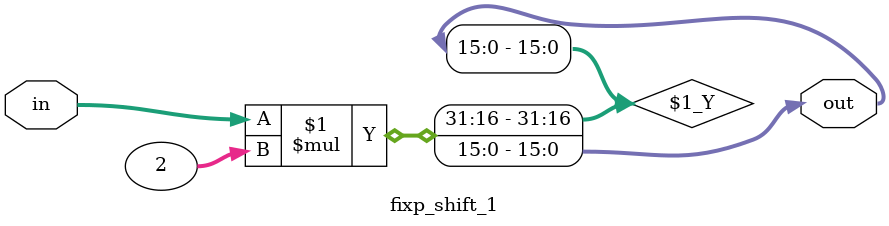
<source format=v>
module Aud_node(
	input 						AUD_DACLRCK,
	input				[15:0]	const_0,
	input				[15:0]	const_1,
	input				[31:0]	time_t,
	input				[31:0]	counter_node,
	input				[4:0]	node_num,
	input				[5:0]	m4k_offset,
	input 						reset,
	output	reg			[5:0]	node_addr,
	output	reg	signed 	[15:0]	node_data,
	input	signed		[15:0]	node_q,
	output	reg 				node_wren,
	output	reg	signed 	[15:0]	data_out_right,
	output	reg	signed	[15:0]	data_out_left,
	input	signed		[15:0]	data_in_right,
	input	signed		[15:0]	data_in_left,
	output	reg			[15:0]  sq_out
);
wire signed [15:0] cal1;
wire signed [15:0] cal2;
wire signed [15:0] cal3;
wire signed [15:0] cal4;
wire signed [15:0] cal5;
wire signed [15:0] cal6;
wire signed [15:0] cal7;
wire signed [15:0] cal8;
wire signed [15:0] cal9;
wire signed [15:0] cal10;
wire signed [15:0] cal11;
wire signed [15:0] cal12;

reg	signed	[15:0] 	data_reg_cur[4:0];
reg	signed	[15:0] 	data_reg_pre2[4:0];
reg signed	[15:0] 	data_reg_pre[4:0];
reg 		[1:0] 	flag;
reg 		[5:0] 	state;
reg 		[5:0] 	next_state;
reg	signed	[15:0] 	data_reg_left;
reg	signed	[15:0] 	data_reg_right;
reg	signed	[15:0] 	data_reg_up;
reg	signed	[15:0] 	data_reg_down;

reg			[5:0] 	buffer_addr;
reg	signed	[15:0]	buffer_data;
reg					buffer_wren;

assign cal1= data_reg_left+data_reg_right+data_reg_up+data_reg_down;
assign cal2 = data_reg_pre[node_num]*4;
assign cal3 = cal1-cal2;
assign cal5 = data_reg_pre[node_num]*2;
assign cal8 = cal6-cal7;
assign cal6 = cal5+cal4;

fixp_mult mul1(	
	.out	(cal4),
	.a		(cal3),
	.b		(const_0)
);
fixp_mult mul2(	
	.out	(cal7),
	.a		(data_reg_pre2[node_num]),
	.b		(const_1)
);
fixp_mult mul3(	
	.out	(cal11),
	.a		(cal8),
	.b		(const_1)
);

localparam state_idle=6'd0; 
localparam state_01=6'd1; 
localparam state_02=6'd2; 
localparam state_11=6'd3; 
localparam state_12=6'd4; 
localparam state_21=6'd5; 
localparam state_22=6'd6; 
localparam state_03=6'd7;
localparam state_13=6'd8;
localparam state_23=6'd9;   
localparam state_04=6'd10;   
localparam state_05=6'd11;   
localparam state_14=6'd12;   
localparam state_15=6'd13;   
localparam state_24=6'd14;   
localparam state_25=6'd15;   
localparam state_26=6'd16;   
localparam state_27=6'd17;   
localparam state_28=6'd18;   
localparam state_29=6'd19;   
localparam state_2A=6'd20;   
localparam state_2B=6'd21;   
localparam state_06=6'd22; 
localparam state_07=6'd23; 
localparam state_16=6'd24; 
localparam state_17=6'd25; 
localparam state_2C=6'd26; 
localparam state_2D=6'd27;
localparam state_2E=6'd28;
localparam state_08=6'd29;
localparam state_18=6'd30;
localparam state_09=6'd31;
localparam state_0A=6'd32;
localparam state_19=6'd33;
localparam state_1A=6'd34;
localparam state_2F=6'd35;
localparam state_2G=6'd36;
wire signed	[15:0]	buffer_q;
m4k_single m4k_buffer(
	.address	(buffer_addr),
	.clock		(AUD_DACLRCK),
	.data		(buffer_data),
	.wren		(buffer_wren),
	.q			(buffer_q)
);
always @ (*) begin
if(reset)
flag=2'b00;
else
begin
	if(counter_node == 32'd150) begin
		case(time_t)
			32'h0:	flag = 2'b10;
			default:flag = 2'b11;
		endcase
	end
	else flag = 2'b00;
end
end
reg signed	[15:0]	init_value;

always@(*)begin
	case(node_num)
	5'd0:	init_value<=16'h100;
	5'd1:	init_value<=16'h200;
	5'd2:	init_value<=16'h300;
	5'd3:	init_value<=16'h400;
	5'd4:	init_value<=16'h500;
	5'd5:	init_value<=16'h600;
	5'd6:	init_value<=16'h700;
	5'd7:	init_value<=16'h800;
	5'd8:	init_value<=16'h900;
	5'd9:	init_value<=16'h1000;
	5'd10:	init_value<=16'h1000;
	5'd11:	init_value<=16'h900;
	5'd12:	init_value<=16'h800;
	5'd13:	init_value<=16'h700;
	5'd14:	init_value<=16'h600;
	5'd15:	init_value<=16'h500;
	5'd16:	init_value<=16'h400;
	5'd17:	init_value<=16'h300;
	5'd18:	init_value<=16'h200;
	5'd19:	init_value<=16'h100;
	default:init_value<=16'h500;
	endcase
end

always @ (*) begin
	if(reset) next_state = state_idle;
	else begin	
		case(state)
		state_idle:	begin
			case(flag)
			2'b00:next_state = state_idle;
			2'b10:next_state = state_11;
			2'b11:next_state = state_21;
			default:next_state = state_idle;
			endcase
		end
		state_11:next_state = state_12;
		state_12:next_state = state_13;
		state_13:next_state = state_14;
		state_14:next_state = state_idle;
		state_21:next_state = state_22;
		state_22:next_state = state_23;
		state_23:next_state = state_24;
		state_24:next_state = state_25;
		state_25:next_state = state_idle;
		default: next_state = state_idle;
		endcase
	end
end

reg signed [15:0]	data_tmp;
always@(posedge AUD_DACLRCK) begin
	if(reset) begin
		state 			<= state_idle;
		node_addr 		<= 6'h0;
		node_wren 		<= 1'b0;
		node_data 		<= 16'h0;
		data_tmp		<= 16'h0;
		data_reg_left  	<= 16'h0;
		data_reg_right 	<= 16'h0;
		data_reg_up 	<= 16'h0;
		data_reg_down 	<= 16'h0;
	end
	else begin
	state<=next_state;
	case(state) 
	state_idle:begin end
	state_11:begin
	if(node_num==5'd10) sq_out<=cal11;
	else 				sq_out<=sq_out;
	end
	state_12: begin
	data_reg_cur[node_num]<=cal11;
	end
	state_13: begin
	data_reg_pre2[node_num]<=16'h000;
	end
	state_14: begin
	data_reg_pre[node_num]<=16'h1000;
	end
    state_21:begin
	data_reg_up<=(node_num==5'd0)?16'h0:data_reg_pre2[node_num-5'd1];
	data_reg_down<=(node_num==5'd19)?16'h0:data_reg_pre[node_num+5'd1];
	data_reg_left<=data_reg_pre[node_num];
	data_reg_right<=data_reg_pre[node_num];
	end
	state_22:begin
	if(node_num==5'd10) sq_out<=cal11;
	else 				sq_out<=sq_out;
	end
	state_23: begin
	data_reg_cur[node_num] <= cal11;
	end
	state_24: begin
	data_reg_pre2[node_num]<= data_reg_pre[node_num];
	end
	state_25: begin
	data_reg_pre[node_num] <= data_reg_cur[node_num];
	end
	default:begin end
	endcase
end
end
endmodule

module fixp_mult (out, a, b);
	output 			[15:0]	out;
	input   signed	[15:0] 	a;
	input   signed	[15:0] 	b;
	wire	signed	[15:0]	out;
	wire 	signed  [31:0]	mult_out;
	assign mult_out = a*b;
	assign out = {mult_out[31], mult_out[29:15]};
endmodule

module fixp_add (out, a, b);
	output 			[15:0]	out;
	input 	signed  [15:0] 	a;
	input   signed  [15:0] 	b;
	wire	signed  [15:0]	out;
	assign out = a + b;
endmodule

module fixp_sub (out, a, b);
	output 			[15:0]	out;
	input 	signed	[15:0] 	a;
	input 	signed  [15:0] 	b;
	wire	signed  [15:0]	out;
	assign out = a-b;
endmodule

module fixp_shift_2 (out, in);
	output 			[15:0]	out;
	input 	signed  [15:0] 	in;
	wire	signed  [15:0]	out;
	assign out = in*4 ;
endmodule

module fixp_shift_1 (out, in);
	output 			[15:0]	out;
	input 	signed	[15:0] 	in;
	wire	signed  [15:0]	out;
	assign out = in*2;
endmodule

</source>
